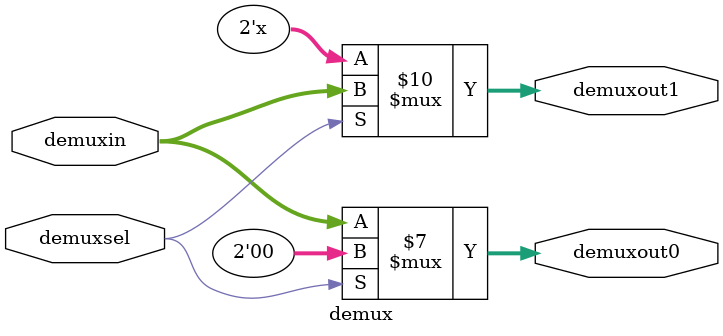
<source format=v>
module demux( input [1:0] demuxin,
				  input demuxsel,
				  output reg [1:0] demuxout0,
				  output reg [1:0] demuxout1);
				  
always@(*)
begin
	if (demuxsel == 0)
		begin
		demuxout0 = demuxin;
		demux0ut1 = 0;
		end
	else
		begin
		demuxout0 = 0;
		demuxout1 = demuxin;
		end
end		
					
								
endmodule
</source>
